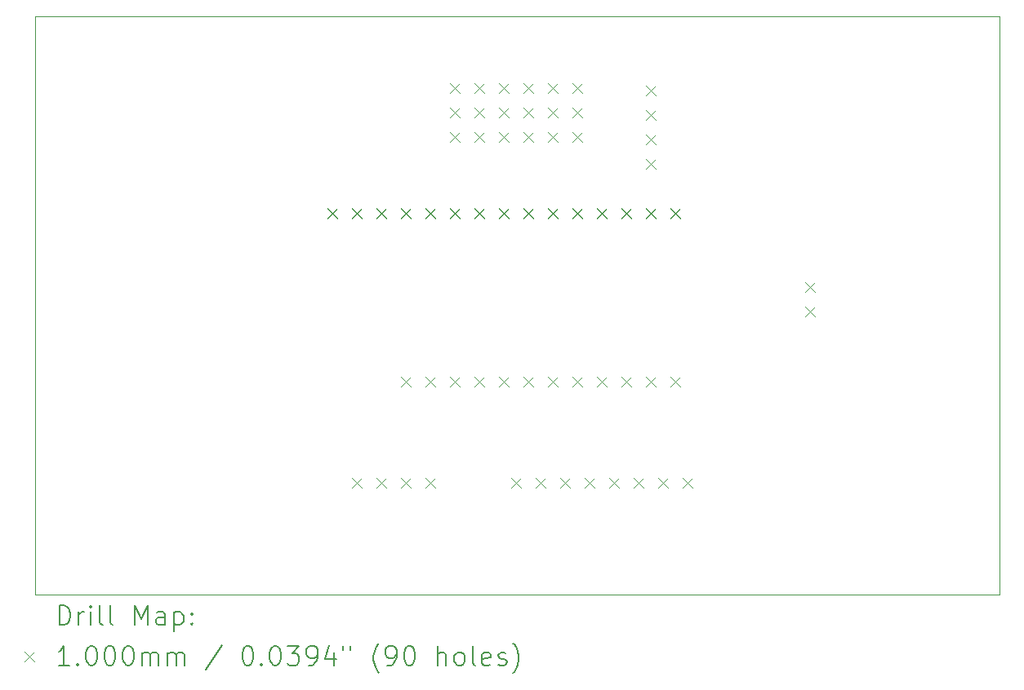
<source format=gbr>
%TF.GenerationSoftware,KiCad,Pcbnew,(6.0.9)*%
%TF.CreationDate,2023-02-14T12:36:16+03:00*%
%TF.ProjectId,kontrol_karti,6b6f6e74-726f-46c5-9f6b-617274692e6b,rev?*%
%TF.SameCoordinates,Original*%
%TF.FileFunction,Drillmap*%
%TF.FilePolarity,Positive*%
%FSLAX45Y45*%
G04 Gerber Fmt 4.5, Leading zero omitted, Abs format (unit mm)*
G04 Created by KiCad (PCBNEW (6.0.9)) date 2023-02-14 12:36:16*
%MOMM*%
%LPD*%
G01*
G04 APERTURE LIST*
%ADD10C,0.100000*%
%ADD11C,0.200000*%
G04 APERTURE END LIST*
D10*
X2000000Y-4300000D02*
X12000000Y-4300000D01*
X12000000Y-4300000D02*
X12000000Y-10300000D01*
X12000000Y-10300000D02*
X2000000Y-10300000D01*
X2000000Y-10300000D02*
X2000000Y-4300000D01*
D11*
D10*
X5030000Y-6291000D02*
X5130000Y-6391000D01*
X5130000Y-6291000D02*
X5030000Y-6391000D01*
X5030000Y-6300000D02*
X5130000Y-6400000D01*
X5130000Y-6300000D02*
X5030000Y-6400000D01*
X5284000Y-6291000D02*
X5384000Y-6391000D01*
X5384000Y-6291000D02*
X5284000Y-6391000D01*
X5284000Y-6300000D02*
X5384000Y-6400000D01*
X5384000Y-6300000D02*
X5284000Y-6400000D01*
X5284000Y-9094000D02*
X5384000Y-9194000D01*
X5384000Y-9094000D02*
X5284000Y-9194000D01*
X5538000Y-6291000D02*
X5638000Y-6391000D01*
X5638000Y-6291000D02*
X5538000Y-6391000D01*
X5538000Y-6300000D02*
X5638000Y-6400000D01*
X5638000Y-6300000D02*
X5538000Y-6400000D01*
X5538000Y-9094000D02*
X5638000Y-9194000D01*
X5638000Y-9094000D02*
X5538000Y-9194000D01*
X5792000Y-6291000D02*
X5892000Y-6391000D01*
X5892000Y-6291000D02*
X5792000Y-6391000D01*
X5792000Y-6300000D02*
X5892000Y-6400000D01*
X5892000Y-6300000D02*
X5792000Y-6400000D01*
X5792000Y-8041000D02*
X5892000Y-8141000D01*
X5892000Y-8041000D02*
X5792000Y-8141000D01*
X5792000Y-9094000D02*
X5892000Y-9194000D01*
X5892000Y-9094000D02*
X5792000Y-9194000D01*
X5796000Y-8040000D02*
X5896000Y-8140000D01*
X5896000Y-8040000D02*
X5796000Y-8140000D01*
X6046000Y-6291000D02*
X6146000Y-6391000D01*
X6146000Y-6291000D02*
X6046000Y-6391000D01*
X6046000Y-6300000D02*
X6146000Y-6400000D01*
X6146000Y-6300000D02*
X6046000Y-6400000D01*
X6046000Y-8041000D02*
X6146000Y-8141000D01*
X6146000Y-8041000D02*
X6046000Y-8141000D01*
X6046000Y-9094000D02*
X6146000Y-9194000D01*
X6146000Y-9094000D02*
X6046000Y-9194000D01*
X6050000Y-8040000D02*
X6150000Y-8140000D01*
X6150000Y-8040000D02*
X6050000Y-8140000D01*
X6300000Y-4993000D02*
X6400000Y-5093000D01*
X6400000Y-4993000D02*
X6300000Y-5093000D01*
X6300000Y-5247000D02*
X6400000Y-5347000D01*
X6400000Y-5247000D02*
X6300000Y-5347000D01*
X6300000Y-5501000D02*
X6400000Y-5601000D01*
X6400000Y-5501000D02*
X6300000Y-5601000D01*
X6300000Y-6291000D02*
X6400000Y-6391000D01*
X6400000Y-6291000D02*
X6300000Y-6391000D01*
X6300000Y-6300000D02*
X6400000Y-6400000D01*
X6400000Y-6300000D02*
X6300000Y-6400000D01*
X6300000Y-8041000D02*
X6400000Y-8141000D01*
X6400000Y-8041000D02*
X6300000Y-8141000D01*
X6304000Y-8040000D02*
X6404000Y-8140000D01*
X6404000Y-8040000D02*
X6304000Y-8140000D01*
X6554000Y-4993000D02*
X6654000Y-5093000D01*
X6654000Y-4993000D02*
X6554000Y-5093000D01*
X6554000Y-5247000D02*
X6654000Y-5347000D01*
X6654000Y-5247000D02*
X6554000Y-5347000D01*
X6554000Y-5501000D02*
X6654000Y-5601000D01*
X6654000Y-5501000D02*
X6554000Y-5601000D01*
X6554000Y-6291000D02*
X6654000Y-6391000D01*
X6654000Y-6291000D02*
X6554000Y-6391000D01*
X6554000Y-6300000D02*
X6654000Y-6400000D01*
X6654000Y-6300000D02*
X6554000Y-6400000D01*
X6554000Y-8041000D02*
X6654000Y-8141000D01*
X6654000Y-8041000D02*
X6554000Y-8141000D01*
X6558000Y-8040000D02*
X6658000Y-8140000D01*
X6658000Y-8040000D02*
X6558000Y-8140000D01*
X6808000Y-4993000D02*
X6908000Y-5093000D01*
X6908000Y-4993000D02*
X6808000Y-5093000D01*
X6808000Y-5247000D02*
X6908000Y-5347000D01*
X6908000Y-5247000D02*
X6808000Y-5347000D01*
X6808000Y-5501000D02*
X6908000Y-5601000D01*
X6908000Y-5501000D02*
X6808000Y-5601000D01*
X6808000Y-6291000D02*
X6908000Y-6391000D01*
X6908000Y-6291000D02*
X6808000Y-6391000D01*
X6808000Y-6300000D02*
X6908000Y-6400000D01*
X6908000Y-6300000D02*
X6808000Y-6400000D01*
X6808000Y-8041000D02*
X6908000Y-8141000D01*
X6908000Y-8041000D02*
X6808000Y-8141000D01*
X6812000Y-8040000D02*
X6912000Y-8140000D01*
X6912000Y-8040000D02*
X6812000Y-8140000D01*
X6936500Y-9091500D02*
X7036500Y-9191500D01*
X7036500Y-9091500D02*
X6936500Y-9191500D01*
X7062000Y-4994500D02*
X7162000Y-5094500D01*
X7162000Y-4994500D02*
X7062000Y-5094500D01*
X7062000Y-5248500D02*
X7162000Y-5348500D01*
X7162000Y-5248500D02*
X7062000Y-5348500D01*
X7062000Y-5502500D02*
X7162000Y-5602500D01*
X7162000Y-5502500D02*
X7062000Y-5602500D01*
X7062000Y-6291000D02*
X7162000Y-6391000D01*
X7162000Y-6291000D02*
X7062000Y-6391000D01*
X7062000Y-6300000D02*
X7162000Y-6400000D01*
X7162000Y-6300000D02*
X7062000Y-6400000D01*
X7062000Y-8041000D02*
X7162000Y-8141000D01*
X7162000Y-8041000D02*
X7062000Y-8141000D01*
X7066000Y-8040000D02*
X7166000Y-8140000D01*
X7166000Y-8040000D02*
X7066000Y-8140000D01*
X7190500Y-9091500D02*
X7290500Y-9191500D01*
X7290500Y-9091500D02*
X7190500Y-9191500D01*
X7316000Y-4994500D02*
X7416000Y-5094500D01*
X7416000Y-4994500D02*
X7316000Y-5094500D01*
X7316000Y-5248500D02*
X7416000Y-5348500D01*
X7416000Y-5248500D02*
X7316000Y-5348500D01*
X7316000Y-5502500D02*
X7416000Y-5602500D01*
X7416000Y-5502500D02*
X7316000Y-5602500D01*
X7316000Y-6291000D02*
X7416000Y-6391000D01*
X7416000Y-6291000D02*
X7316000Y-6391000D01*
X7316000Y-6300000D02*
X7416000Y-6400000D01*
X7416000Y-6300000D02*
X7316000Y-6400000D01*
X7316000Y-8041000D02*
X7416000Y-8141000D01*
X7416000Y-8041000D02*
X7316000Y-8141000D01*
X7320000Y-8040000D02*
X7420000Y-8140000D01*
X7420000Y-8040000D02*
X7320000Y-8140000D01*
X7444500Y-9091500D02*
X7544500Y-9191500D01*
X7544500Y-9091500D02*
X7444500Y-9191500D01*
X7570000Y-4994500D02*
X7670000Y-5094500D01*
X7670000Y-4994500D02*
X7570000Y-5094500D01*
X7570000Y-5248500D02*
X7670000Y-5348500D01*
X7670000Y-5248500D02*
X7570000Y-5348500D01*
X7570000Y-5502500D02*
X7670000Y-5602500D01*
X7670000Y-5502500D02*
X7570000Y-5602500D01*
X7570000Y-6291000D02*
X7670000Y-6391000D01*
X7670000Y-6291000D02*
X7570000Y-6391000D01*
X7570000Y-6300000D02*
X7670000Y-6400000D01*
X7670000Y-6300000D02*
X7570000Y-6400000D01*
X7570000Y-8041000D02*
X7670000Y-8141000D01*
X7670000Y-8041000D02*
X7570000Y-8141000D01*
X7574000Y-8040000D02*
X7674000Y-8140000D01*
X7674000Y-8040000D02*
X7574000Y-8140000D01*
X7698500Y-9091500D02*
X7798500Y-9191500D01*
X7798500Y-9091500D02*
X7698500Y-9191500D01*
X7824000Y-6291000D02*
X7924000Y-6391000D01*
X7924000Y-6291000D02*
X7824000Y-6391000D01*
X7824000Y-6300000D02*
X7924000Y-6400000D01*
X7924000Y-6300000D02*
X7824000Y-6400000D01*
X7824000Y-8041000D02*
X7924000Y-8141000D01*
X7924000Y-8041000D02*
X7824000Y-8141000D01*
X7828000Y-8040000D02*
X7928000Y-8140000D01*
X7928000Y-8040000D02*
X7828000Y-8140000D01*
X7952500Y-9091500D02*
X8052500Y-9191500D01*
X8052500Y-9091500D02*
X7952500Y-9191500D01*
X8078000Y-6291000D02*
X8178000Y-6391000D01*
X8178000Y-6291000D02*
X8078000Y-6391000D01*
X8078000Y-6300000D02*
X8178000Y-6400000D01*
X8178000Y-6300000D02*
X8078000Y-6400000D01*
X8078000Y-8041000D02*
X8178000Y-8141000D01*
X8178000Y-8041000D02*
X8078000Y-8141000D01*
X8082000Y-8040000D02*
X8182000Y-8140000D01*
X8182000Y-8040000D02*
X8082000Y-8140000D01*
X8206500Y-9091500D02*
X8306500Y-9191500D01*
X8306500Y-9091500D02*
X8206500Y-9191500D01*
X8332000Y-5021000D02*
X8432000Y-5121000D01*
X8432000Y-5021000D02*
X8332000Y-5121000D01*
X8332000Y-5275000D02*
X8432000Y-5375000D01*
X8432000Y-5275000D02*
X8332000Y-5375000D01*
X8332000Y-5529000D02*
X8432000Y-5629000D01*
X8432000Y-5529000D02*
X8332000Y-5629000D01*
X8332000Y-5783000D02*
X8432000Y-5883000D01*
X8432000Y-5783000D02*
X8332000Y-5883000D01*
X8332000Y-6291000D02*
X8432000Y-6391000D01*
X8432000Y-6291000D02*
X8332000Y-6391000D01*
X8332000Y-6300000D02*
X8432000Y-6400000D01*
X8432000Y-6300000D02*
X8332000Y-6400000D01*
X8332000Y-8041000D02*
X8432000Y-8141000D01*
X8432000Y-8041000D02*
X8332000Y-8141000D01*
X8336000Y-8040000D02*
X8436000Y-8140000D01*
X8436000Y-8040000D02*
X8336000Y-8140000D01*
X8460500Y-9091500D02*
X8560500Y-9191500D01*
X8560500Y-9091500D02*
X8460500Y-9191500D01*
X8586000Y-6291000D02*
X8686000Y-6391000D01*
X8686000Y-6291000D02*
X8586000Y-6391000D01*
X8586000Y-6300000D02*
X8686000Y-6400000D01*
X8686000Y-6300000D02*
X8586000Y-6400000D01*
X8586000Y-8041000D02*
X8686000Y-8141000D01*
X8686000Y-8041000D02*
X8586000Y-8141000D01*
X8590000Y-8040000D02*
X8690000Y-8140000D01*
X8690000Y-8040000D02*
X8590000Y-8140000D01*
X8714500Y-9091500D02*
X8814500Y-9191500D01*
X8814500Y-9091500D02*
X8714500Y-9191500D01*
X9983000Y-7062000D02*
X10083000Y-7162000D01*
X10083000Y-7062000D02*
X9983000Y-7162000D01*
X9983000Y-7316000D02*
X10083000Y-7416000D01*
X10083000Y-7316000D02*
X9983000Y-7416000D01*
D11*
X2252619Y-10615476D02*
X2252619Y-10415476D01*
X2300238Y-10415476D01*
X2328810Y-10425000D01*
X2347857Y-10444048D01*
X2357381Y-10463095D01*
X2366905Y-10501190D01*
X2366905Y-10529762D01*
X2357381Y-10567857D01*
X2347857Y-10586905D01*
X2328810Y-10605952D01*
X2300238Y-10615476D01*
X2252619Y-10615476D01*
X2452619Y-10615476D02*
X2452619Y-10482143D01*
X2452619Y-10520238D02*
X2462143Y-10501190D01*
X2471667Y-10491667D01*
X2490714Y-10482143D01*
X2509762Y-10482143D01*
X2576429Y-10615476D02*
X2576429Y-10482143D01*
X2576429Y-10415476D02*
X2566905Y-10425000D01*
X2576429Y-10434524D01*
X2585952Y-10425000D01*
X2576429Y-10415476D01*
X2576429Y-10434524D01*
X2700238Y-10615476D02*
X2681190Y-10605952D01*
X2671667Y-10586905D01*
X2671667Y-10415476D01*
X2805000Y-10615476D02*
X2785952Y-10605952D01*
X2776429Y-10586905D01*
X2776429Y-10415476D01*
X3033571Y-10615476D02*
X3033571Y-10415476D01*
X3100238Y-10558333D01*
X3166905Y-10415476D01*
X3166905Y-10615476D01*
X3347857Y-10615476D02*
X3347857Y-10510714D01*
X3338333Y-10491667D01*
X3319286Y-10482143D01*
X3281190Y-10482143D01*
X3262143Y-10491667D01*
X3347857Y-10605952D02*
X3328809Y-10615476D01*
X3281190Y-10615476D01*
X3262143Y-10605952D01*
X3252619Y-10586905D01*
X3252619Y-10567857D01*
X3262143Y-10548810D01*
X3281190Y-10539286D01*
X3328809Y-10539286D01*
X3347857Y-10529762D01*
X3443095Y-10482143D02*
X3443095Y-10682143D01*
X3443095Y-10491667D02*
X3462143Y-10482143D01*
X3500238Y-10482143D01*
X3519286Y-10491667D01*
X3528809Y-10501190D01*
X3538333Y-10520238D01*
X3538333Y-10577381D01*
X3528809Y-10596429D01*
X3519286Y-10605952D01*
X3500238Y-10615476D01*
X3462143Y-10615476D01*
X3443095Y-10605952D01*
X3624048Y-10596429D02*
X3633571Y-10605952D01*
X3624048Y-10615476D01*
X3614524Y-10605952D01*
X3624048Y-10596429D01*
X3624048Y-10615476D01*
X3624048Y-10491667D02*
X3633571Y-10501190D01*
X3624048Y-10510714D01*
X3614524Y-10501190D01*
X3624048Y-10491667D01*
X3624048Y-10510714D01*
D10*
X1895000Y-10895000D02*
X1995000Y-10995000D01*
X1995000Y-10895000D02*
X1895000Y-10995000D01*
D11*
X2357381Y-11035476D02*
X2243095Y-11035476D01*
X2300238Y-11035476D02*
X2300238Y-10835476D01*
X2281190Y-10864048D01*
X2262143Y-10883095D01*
X2243095Y-10892619D01*
X2443095Y-11016429D02*
X2452619Y-11025952D01*
X2443095Y-11035476D01*
X2433571Y-11025952D01*
X2443095Y-11016429D01*
X2443095Y-11035476D01*
X2576429Y-10835476D02*
X2595476Y-10835476D01*
X2614524Y-10845000D01*
X2624048Y-10854524D01*
X2633571Y-10873571D01*
X2643095Y-10911667D01*
X2643095Y-10959286D01*
X2633571Y-10997381D01*
X2624048Y-11016429D01*
X2614524Y-11025952D01*
X2595476Y-11035476D01*
X2576429Y-11035476D01*
X2557381Y-11025952D01*
X2547857Y-11016429D01*
X2538333Y-10997381D01*
X2528810Y-10959286D01*
X2528810Y-10911667D01*
X2538333Y-10873571D01*
X2547857Y-10854524D01*
X2557381Y-10845000D01*
X2576429Y-10835476D01*
X2766905Y-10835476D02*
X2785952Y-10835476D01*
X2805000Y-10845000D01*
X2814524Y-10854524D01*
X2824048Y-10873571D01*
X2833571Y-10911667D01*
X2833571Y-10959286D01*
X2824048Y-10997381D01*
X2814524Y-11016429D01*
X2805000Y-11025952D01*
X2785952Y-11035476D01*
X2766905Y-11035476D01*
X2747857Y-11025952D01*
X2738333Y-11016429D01*
X2728810Y-10997381D01*
X2719286Y-10959286D01*
X2719286Y-10911667D01*
X2728810Y-10873571D01*
X2738333Y-10854524D01*
X2747857Y-10845000D01*
X2766905Y-10835476D01*
X2957381Y-10835476D02*
X2976428Y-10835476D01*
X2995476Y-10845000D01*
X3005000Y-10854524D01*
X3014524Y-10873571D01*
X3024048Y-10911667D01*
X3024048Y-10959286D01*
X3014524Y-10997381D01*
X3005000Y-11016429D01*
X2995476Y-11025952D01*
X2976428Y-11035476D01*
X2957381Y-11035476D01*
X2938333Y-11025952D01*
X2928809Y-11016429D01*
X2919286Y-10997381D01*
X2909762Y-10959286D01*
X2909762Y-10911667D01*
X2919286Y-10873571D01*
X2928809Y-10854524D01*
X2938333Y-10845000D01*
X2957381Y-10835476D01*
X3109762Y-11035476D02*
X3109762Y-10902143D01*
X3109762Y-10921190D02*
X3119286Y-10911667D01*
X3138333Y-10902143D01*
X3166905Y-10902143D01*
X3185952Y-10911667D01*
X3195476Y-10930714D01*
X3195476Y-11035476D01*
X3195476Y-10930714D02*
X3205000Y-10911667D01*
X3224048Y-10902143D01*
X3252619Y-10902143D01*
X3271667Y-10911667D01*
X3281190Y-10930714D01*
X3281190Y-11035476D01*
X3376428Y-11035476D02*
X3376428Y-10902143D01*
X3376428Y-10921190D02*
X3385952Y-10911667D01*
X3405000Y-10902143D01*
X3433571Y-10902143D01*
X3452619Y-10911667D01*
X3462143Y-10930714D01*
X3462143Y-11035476D01*
X3462143Y-10930714D02*
X3471667Y-10911667D01*
X3490714Y-10902143D01*
X3519286Y-10902143D01*
X3538333Y-10911667D01*
X3547857Y-10930714D01*
X3547857Y-11035476D01*
X3938333Y-10825952D02*
X3766905Y-11083095D01*
X4195476Y-10835476D02*
X4214524Y-10835476D01*
X4233571Y-10845000D01*
X4243095Y-10854524D01*
X4252619Y-10873571D01*
X4262143Y-10911667D01*
X4262143Y-10959286D01*
X4252619Y-10997381D01*
X4243095Y-11016429D01*
X4233571Y-11025952D01*
X4214524Y-11035476D01*
X4195476Y-11035476D01*
X4176428Y-11025952D01*
X4166905Y-11016429D01*
X4157381Y-10997381D01*
X4147857Y-10959286D01*
X4147857Y-10911667D01*
X4157381Y-10873571D01*
X4166905Y-10854524D01*
X4176428Y-10845000D01*
X4195476Y-10835476D01*
X4347857Y-11016429D02*
X4357381Y-11025952D01*
X4347857Y-11035476D01*
X4338333Y-11025952D01*
X4347857Y-11016429D01*
X4347857Y-11035476D01*
X4481190Y-10835476D02*
X4500238Y-10835476D01*
X4519286Y-10845000D01*
X4528810Y-10854524D01*
X4538333Y-10873571D01*
X4547857Y-10911667D01*
X4547857Y-10959286D01*
X4538333Y-10997381D01*
X4528810Y-11016429D01*
X4519286Y-11025952D01*
X4500238Y-11035476D01*
X4481190Y-11035476D01*
X4462143Y-11025952D01*
X4452619Y-11016429D01*
X4443095Y-10997381D01*
X4433571Y-10959286D01*
X4433571Y-10911667D01*
X4443095Y-10873571D01*
X4452619Y-10854524D01*
X4462143Y-10845000D01*
X4481190Y-10835476D01*
X4614524Y-10835476D02*
X4738333Y-10835476D01*
X4671667Y-10911667D01*
X4700238Y-10911667D01*
X4719286Y-10921190D01*
X4728810Y-10930714D01*
X4738333Y-10949762D01*
X4738333Y-10997381D01*
X4728810Y-11016429D01*
X4719286Y-11025952D01*
X4700238Y-11035476D01*
X4643095Y-11035476D01*
X4624048Y-11025952D01*
X4614524Y-11016429D01*
X4833571Y-11035476D02*
X4871667Y-11035476D01*
X4890714Y-11025952D01*
X4900238Y-11016429D01*
X4919286Y-10987857D01*
X4928810Y-10949762D01*
X4928810Y-10873571D01*
X4919286Y-10854524D01*
X4909762Y-10845000D01*
X4890714Y-10835476D01*
X4852619Y-10835476D01*
X4833571Y-10845000D01*
X4824048Y-10854524D01*
X4814524Y-10873571D01*
X4814524Y-10921190D01*
X4824048Y-10940238D01*
X4833571Y-10949762D01*
X4852619Y-10959286D01*
X4890714Y-10959286D01*
X4909762Y-10949762D01*
X4919286Y-10940238D01*
X4928810Y-10921190D01*
X5100238Y-10902143D02*
X5100238Y-11035476D01*
X5052619Y-10825952D02*
X5005000Y-10968810D01*
X5128810Y-10968810D01*
X5195476Y-10835476D02*
X5195476Y-10873571D01*
X5271667Y-10835476D02*
X5271667Y-10873571D01*
X5566905Y-11111667D02*
X5557381Y-11102143D01*
X5538333Y-11073571D01*
X5528810Y-11054524D01*
X5519286Y-11025952D01*
X5509762Y-10978333D01*
X5509762Y-10940238D01*
X5519286Y-10892619D01*
X5528810Y-10864048D01*
X5538333Y-10845000D01*
X5557381Y-10816429D01*
X5566905Y-10806905D01*
X5652619Y-11035476D02*
X5690714Y-11035476D01*
X5709762Y-11025952D01*
X5719286Y-11016429D01*
X5738333Y-10987857D01*
X5747857Y-10949762D01*
X5747857Y-10873571D01*
X5738333Y-10854524D01*
X5728809Y-10845000D01*
X5709762Y-10835476D01*
X5671667Y-10835476D01*
X5652619Y-10845000D01*
X5643095Y-10854524D01*
X5633571Y-10873571D01*
X5633571Y-10921190D01*
X5643095Y-10940238D01*
X5652619Y-10949762D01*
X5671667Y-10959286D01*
X5709762Y-10959286D01*
X5728809Y-10949762D01*
X5738333Y-10940238D01*
X5747857Y-10921190D01*
X5871667Y-10835476D02*
X5890714Y-10835476D01*
X5909762Y-10845000D01*
X5919286Y-10854524D01*
X5928809Y-10873571D01*
X5938333Y-10911667D01*
X5938333Y-10959286D01*
X5928809Y-10997381D01*
X5919286Y-11016429D01*
X5909762Y-11025952D01*
X5890714Y-11035476D01*
X5871667Y-11035476D01*
X5852619Y-11025952D01*
X5843095Y-11016429D01*
X5833571Y-10997381D01*
X5824048Y-10959286D01*
X5824048Y-10911667D01*
X5833571Y-10873571D01*
X5843095Y-10854524D01*
X5852619Y-10845000D01*
X5871667Y-10835476D01*
X6176428Y-11035476D02*
X6176428Y-10835476D01*
X6262143Y-11035476D02*
X6262143Y-10930714D01*
X6252619Y-10911667D01*
X6233571Y-10902143D01*
X6205000Y-10902143D01*
X6185952Y-10911667D01*
X6176428Y-10921190D01*
X6385952Y-11035476D02*
X6366905Y-11025952D01*
X6357381Y-11016429D01*
X6347857Y-10997381D01*
X6347857Y-10940238D01*
X6357381Y-10921190D01*
X6366905Y-10911667D01*
X6385952Y-10902143D01*
X6414524Y-10902143D01*
X6433571Y-10911667D01*
X6443095Y-10921190D01*
X6452619Y-10940238D01*
X6452619Y-10997381D01*
X6443095Y-11016429D01*
X6433571Y-11025952D01*
X6414524Y-11035476D01*
X6385952Y-11035476D01*
X6566905Y-11035476D02*
X6547857Y-11025952D01*
X6538333Y-11006905D01*
X6538333Y-10835476D01*
X6719286Y-11025952D02*
X6700238Y-11035476D01*
X6662143Y-11035476D01*
X6643095Y-11025952D01*
X6633571Y-11006905D01*
X6633571Y-10930714D01*
X6643095Y-10911667D01*
X6662143Y-10902143D01*
X6700238Y-10902143D01*
X6719286Y-10911667D01*
X6728809Y-10930714D01*
X6728809Y-10949762D01*
X6633571Y-10968810D01*
X6805000Y-11025952D02*
X6824048Y-11035476D01*
X6862143Y-11035476D01*
X6881190Y-11025952D01*
X6890714Y-11006905D01*
X6890714Y-10997381D01*
X6881190Y-10978333D01*
X6862143Y-10968810D01*
X6833571Y-10968810D01*
X6814524Y-10959286D01*
X6805000Y-10940238D01*
X6805000Y-10930714D01*
X6814524Y-10911667D01*
X6833571Y-10902143D01*
X6862143Y-10902143D01*
X6881190Y-10911667D01*
X6957381Y-11111667D02*
X6966905Y-11102143D01*
X6985952Y-11073571D01*
X6995476Y-11054524D01*
X7005000Y-11025952D01*
X7014524Y-10978333D01*
X7014524Y-10940238D01*
X7005000Y-10892619D01*
X6995476Y-10864048D01*
X6985952Y-10845000D01*
X6966905Y-10816429D01*
X6957381Y-10806905D01*
M02*

</source>
